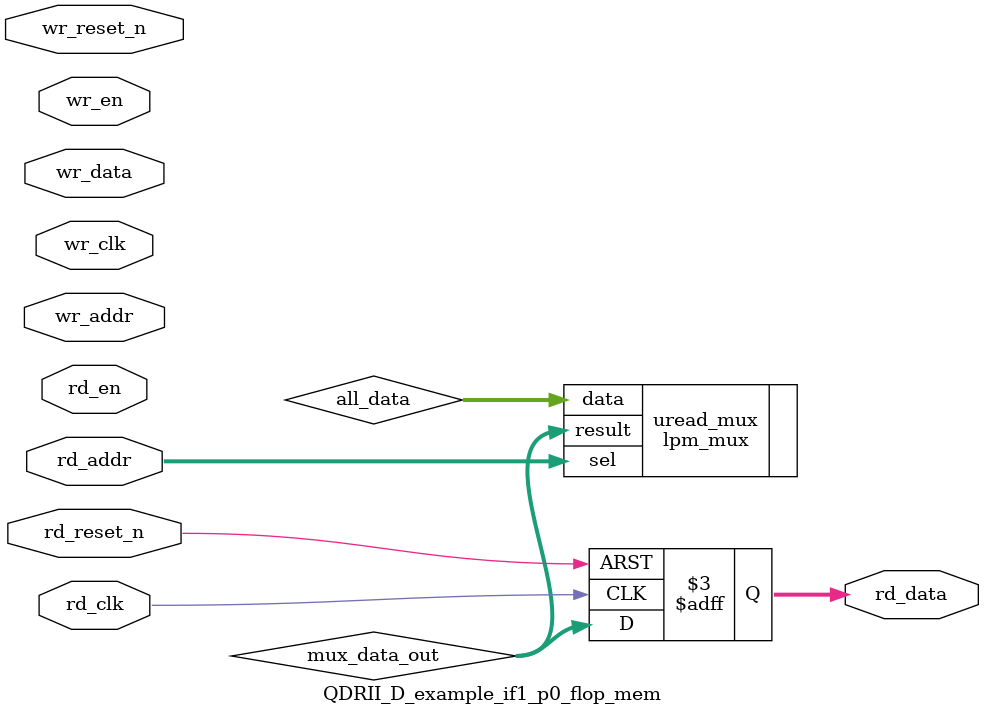
<source format=v>



`timescale 1 ps / 1 ps

(* altera_attribute = "-name ALLOW_SYNCH_CTRL_USAGE ON;-name AUTO_CLOCK_ENABLE_RECOGNITION ON" *)
module QDRII_D_example_if1_p0_flop_mem(
	wr_reset_n,
	wr_clk,
	wr_en,
	wr_addr,
	wr_data,
	rd_reset_n,
	rd_clk,
	rd_en,
	rd_addr,
	rd_data
);

parameter WRITE_MEM_DEPTH	= "";
parameter WRITE_ADDR_WIDTH	= "";
parameter WRITE_DATA_WIDTH	= "";
parameter READ_MEM_DEPTH	= "";
parameter READ_ADDR_WIDTH	= "";		 
parameter READ_DATA_WIDTH	= "";


input	wr_reset_n;
input	wr_clk;
input	wr_en;
input	[WRITE_ADDR_WIDTH-1:0] wr_addr;
input	[WRITE_DATA_WIDTH-1:0] wr_data;
input	rd_reset_n;
input	rd_clk;
input	rd_en;
input	[READ_ADDR_WIDTH-1:0] rd_addr;
output	[READ_DATA_WIDTH-1:0] rd_data;



wire	[WRITE_DATA_WIDTH*WRITE_MEM_DEPTH-1:0] all_data;
wire	[READ_DATA_WIDTH-1:0] mux_data_out;



// declare a memory with WRITE_MEM_DEPTH entries
// each entry contains a data size of WRITE_DATA_WIDTH
reg	[WRITE_DATA_WIDTH-1:0] data_stored [0:WRITE_MEM_DEPTH-1] /* synthesis syn_preserve = 1 */;
reg	[READ_DATA_WIDTH-1:0] rd_data;

generate
genvar entry;
	for (entry=0; entry < WRITE_MEM_DEPTH; entry=entry+1)
	begin: mem_location
		assign all_data[(WRITE_DATA_WIDTH*(entry+1)-1) : (WRITE_DATA_WIDTH*entry)] = data_stored[entry]; 
		
		always @(posedge wr_clk or negedge wr_reset_n)
		begin
			if (~wr_reset_n) begin
				data_stored[entry] <= {WRITE_DATA_WIDTH{1'b0}};
			end else begin
				if (wr_en) begin
					if (entry == wr_addr) begin
						data_stored[entry] <= wr_data;
					end
				end
			end
		end		
	end
endgenerate

// mux to select the correct output data based on read address
lpm_mux	uread_mux(
	.sel (rd_addr),
	.data (all_data),
	.result (mux_data_out)
	// synopsys translate_off
	,
	.aclr (),
	.clken (),
	.clock ()
	// synopsys translate_on
	);
 defparam uread_mux.lpm_size = READ_MEM_DEPTH;
 defparam uread_mux.lpm_type = "LPM_MUX";
 defparam uread_mux.lpm_width = READ_DATA_WIDTH;
 defparam uread_mux.lpm_widths = READ_ADDR_WIDTH;

always @(posedge rd_clk or negedge rd_reset_n)	
begin
	if (~rd_reset_n) begin
		rd_data <= {READ_DATA_WIDTH{1'b0}};
	end else begin
		rd_data <= mux_data_out;
	end
end

endmodule

</source>
